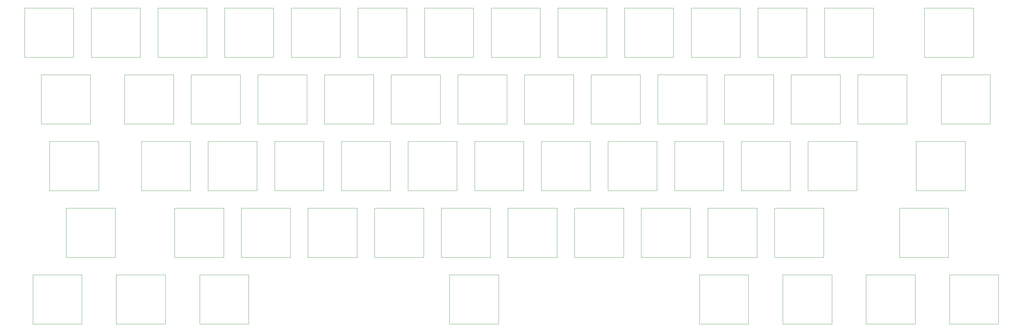
<source format=gto>
%TF.GenerationSoftware,KiCad,Pcbnew,(5.1.10)-1*%
%TF.CreationDate,2021-09-29T22:37:26-06:00*%
%TF.ProjectId,PyKey60,50794b65-7936-4302-9e6b-696361645f70,1.1a*%
%TF.SameCoordinates,Original*%
%TF.FileFunction,Legend,Top*%
%TF.FilePolarity,Positive*%
%FSLAX46Y46*%
G04 Gerber Fmt 4.6, Leading zero omitted, Abs format (unit mm)*
G04 Created by KiCad (PCBNEW (5.1.10)-1) date 2021-09-29 22:37:26*
%MOMM*%
%LPD*%
G01*
G04 APERTURE LIST*
%ADD10C,0.120000*%
G04 APERTURE END LIST*
D10*
%TO.C,U57*%
X185881000Y-143020000D02*
X199881000Y-143020000D01*
X185881000Y-157020000D02*
X185881000Y-143020000D01*
X199881000Y-157020000D02*
X185881000Y-157020000D01*
X199881000Y-157020000D02*
X199881000Y-143020000D01*
%TO.C,U53*%
X314469000Y-123970000D02*
X328469000Y-123970000D01*
X314469000Y-137970000D02*
X314469000Y-123970000D01*
X328469000Y-137970000D02*
X314469000Y-137970000D01*
X328469000Y-137970000D02*
X328469000Y-123970000D01*
%TO.C,U42*%
X76312000Y-123970000D02*
X90312000Y-123970000D01*
X76312000Y-137970000D02*
X76312000Y-123970000D01*
X90312000Y-137970000D02*
X76312000Y-137970000D01*
X90312000Y-137970000D02*
X90312000Y-123970000D01*
%TO.C,U41*%
X319231000Y-104920000D02*
X333231000Y-104920000D01*
X319231000Y-118920000D02*
X319231000Y-104920000D01*
X333231000Y-118920000D02*
X319231000Y-118920000D01*
X333231000Y-118920000D02*
X333231000Y-104920000D01*
%TO.C,U14*%
X321613000Y-66820000D02*
X335613000Y-66820000D01*
X321613000Y-80820000D02*
X321613000Y-66820000D01*
X335613000Y-80820000D02*
X321613000Y-80820000D01*
X335613000Y-80820000D02*
X335613000Y-66820000D01*
%TO.C,U29*%
X71582500Y-104920000D02*
X85582500Y-104920000D01*
X71582500Y-118920000D02*
X71582500Y-104920000D01*
X85582500Y-118920000D02*
X71582500Y-118920000D01*
X85582500Y-118920000D02*
X85582500Y-104920000D01*
%TO.C,U28*%
X326375000Y-85870000D02*
X340375000Y-85870000D01*
X326375000Y-99870000D02*
X326375000Y-85870000D01*
X340375000Y-99870000D02*
X326375000Y-99870000D01*
X340375000Y-99870000D02*
X340375000Y-85870000D01*
%TO.C,U15*%
X69200000Y-85870000D02*
X83200000Y-85870000D01*
X69200000Y-99870000D02*
X69200000Y-85870000D01*
X83200000Y-99870000D02*
X69200000Y-99870000D01*
X83200000Y-99870000D02*
X83200000Y-85870000D01*
%TO.C,U61*%
X328744000Y-143020000D02*
X342744000Y-143020000D01*
X328744000Y-157020000D02*
X328744000Y-143020000D01*
X342744000Y-157020000D02*
X328744000Y-157020000D01*
X342744000Y-157020000D02*
X342744000Y-143020000D01*
%TO.C,U60*%
X304931000Y-143020000D02*
X318931000Y-143020000D01*
X304931000Y-157020000D02*
X304931000Y-143020000D01*
X318931000Y-157020000D02*
X304931000Y-157020000D01*
X318931000Y-157020000D02*
X318931000Y-143020000D01*
%TO.C,U59*%
X281131000Y-143020000D02*
X295131000Y-143020000D01*
X281131000Y-157020000D02*
X281131000Y-143020000D01*
X295131000Y-157020000D02*
X281131000Y-157020000D01*
X295131000Y-157020000D02*
X295131000Y-143020000D01*
%TO.C,U58*%
X257319000Y-143020000D02*
X271319000Y-143020000D01*
X257319000Y-157020000D02*
X257319000Y-143020000D01*
X271319000Y-157020000D02*
X257319000Y-157020000D01*
X271319000Y-157020000D02*
X271319000Y-143020000D01*
%TO.C,U56*%
X114444000Y-143020000D02*
X128444000Y-143020000D01*
X114444000Y-157020000D02*
X114444000Y-143020000D01*
X128444000Y-157020000D02*
X114444000Y-157020000D01*
X128444000Y-157020000D02*
X128444000Y-143020000D01*
%TO.C,U55*%
X90631200Y-143020000D02*
X104631200Y-143020000D01*
X90631200Y-157020000D02*
X90631200Y-143020000D01*
X104631200Y-157020000D02*
X90631200Y-157020000D01*
X104631200Y-157020000D02*
X104631200Y-143020000D01*
%TO.C,U54*%
X66818800Y-143020000D02*
X80818800Y-143020000D01*
X66818800Y-157020000D02*
X66818800Y-143020000D01*
X80818800Y-157020000D02*
X66818800Y-157020000D01*
X80818800Y-157020000D02*
X80818800Y-143020000D01*
%TO.C,U52*%
X278750000Y-123970000D02*
X292750000Y-123970000D01*
X278750000Y-137970000D02*
X278750000Y-123970000D01*
X292750000Y-137970000D02*
X278750000Y-137970000D01*
X292750000Y-137970000D02*
X292750000Y-123970000D01*
%TO.C,U51*%
X259700000Y-123970000D02*
X273700000Y-123970000D01*
X259700000Y-137970000D02*
X259700000Y-123970000D01*
X273700000Y-137970000D02*
X259700000Y-137970000D01*
X273700000Y-137970000D02*
X273700000Y-123970000D01*
%TO.C,U50*%
X240650000Y-123970000D02*
X254650000Y-123970000D01*
X240650000Y-137970000D02*
X240650000Y-123970000D01*
X254650000Y-137970000D02*
X240650000Y-137970000D01*
X254650000Y-137970000D02*
X254650000Y-123970000D01*
%TO.C,U49*%
X221600000Y-123970000D02*
X235600000Y-123970000D01*
X221600000Y-137970000D02*
X221600000Y-123970000D01*
X235600000Y-137970000D02*
X221600000Y-137970000D01*
X235600000Y-137970000D02*
X235600000Y-123970000D01*
%TO.C,U48*%
X202550000Y-123970000D02*
X216550000Y-123970000D01*
X202550000Y-137970000D02*
X202550000Y-123970000D01*
X216550000Y-137970000D02*
X202550000Y-137970000D01*
X216550000Y-137970000D02*
X216550000Y-123970000D01*
%TO.C,U47*%
X183500000Y-123970000D02*
X197500000Y-123970000D01*
X183500000Y-137970000D02*
X183500000Y-123970000D01*
X197500000Y-137970000D02*
X183500000Y-137970000D01*
X197500000Y-137970000D02*
X197500000Y-123970000D01*
%TO.C,U46*%
X164450000Y-123970000D02*
X178450000Y-123970000D01*
X164450000Y-137970000D02*
X164450000Y-123970000D01*
X178450000Y-137970000D02*
X164450000Y-137970000D01*
X178450000Y-137970000D02*
X178450000Y-123970000D01*
%TO.C,U45*%
X145400000Y-123970000D02*
X159400000Y-123970000D01*
X145400000Y-137970000D02*
X145400000Y-123970000D01*
X159400000Y-137970000D02*
X145400000Y-137970000D01*
X159400000Y-137970000D02*
X159400000Y-123970000D01*
%TO.C,U44*%
X126350000Y-123970000D02*
X140350000Y-123970000D01*
X126350000Y-137970000D02*
X126350000Y-123970000D01*
X140350000Y-137970000D02*
X126350000Y-137970000D01*
X140350000Y-137970000D02*
X140350000Y-123970000D01*
%TO.C,U43*%
X107300000Y-123970000D02*
X121300000Y-123970000D01*
X107300000Y-137970000D02*
X107300000Y-123970000D01*
X121300000Y-137970000D02*
X107300000Y-137970000D01*
X121300000Y-137970000D02*
X121300000Y-123970000D01*
%TO.C,U40*%
X288275000Y-104920000D02*
X302275000Y-104920000D01*
X288275000Y-118920000D02*
X288275000Y-104920000D01*
X302275000Y-118920000D02*
X288275000Y-118920000D01*
X302275000Y-118920000D02*
X302275000Y-104920000D01*
%TO.C,U39*%
X269225000Y-104920000D02*
X283225000Y-104920000D01*
X269225000Y-118920000D02*
X269225000Y-104920000D01*
X283225000Y-118920000D02*
X269225000Y-118920000D01*
X283225000Y-118920000D02*
X283225000Y-104920000D01*
%TO.C,U38*%
X250175000Y-104920000D02*
X264175000Y-104920000D01*
X250175000Y-118920000D02*
X250175000Y-104920000D01*
X264175000Y-118920000D02*
X250175000Y-118920000D01*
X264175000Y-118920000D02*
X264175000Y-104920000D01*
%TO.C,U37*%
X231125000Y-104920000D02*
X245125000Y-104920000D01*
X231125000Y-118920000D02*
X231125000Y-104920000D01*
X245125000Y-118920000D02*
X231125000Y-118920000D01*
X245125000Y-118920000D02*
X245125000Y-104920000D01*
%TO.C,U36*%
X212075000Y-104920000D02*
X226075000Y-104920000D01*
X212075000Y-118920000D02*
X212075000Y-104920000D01*
X226075000Y-118920000D02*
X212075000Y-118920000D01*
X226075000Y-118920000D02*
X226075000Y-104920000D01*
%TO.C,U35*%
X193025000Y-104920000D02*
X207025000Y-104920000D01*
X193025000Y-118920000D02*
X193025000Y-104920000D01*
X207025000Y-118920000D02*
X193025000Y-118920000D01*
X207025000Y-118920000D02*
X207025000Y-104920000D01*
%TO.C,U34*%
X173975000Y-104920000D02*
X187975000Y-104920000D01*
X173975000Y-118920000D02*
X173975000Y-104920000D01*
X187975000Y-118920000D02*
X173975000Y-118920000D01*
X187975000Y-118920000D02*
X187975000Y-104920000D01*
%TO.C,U33*%
X154925000Y-104920000D02*
X168925000Y-104920000D01*
X154925000Y-118920000D02*
X154925000Y-104920000D01*
X168925000Y-118920000D02*
X154925000Y-118920000D01*
X168925000Y-118920000D02*
X168925000Y-104920000D01*
%TO.C,U32*%
X135875000Y-104920000D02*
X149875000Y-104920000D01*
X135875000Y-118920000D02*
X135875000Y-104920000D01*
X149875000Y-118920000D02*
X135875000Y-118920000D01*
X149875000Y-118920000D02*
X149875000Y-104920000D01*
%TO.C,U31*%
X116825000Y-104920000D02*
X130825000Y-104920000D01*
X116825000Y-118920000D02*
X116825000Y-104920000D01*
X130825000Y-118920000D02*
X116825000Y-118920000D01*
X130825000Y-118920000D02*
X130825000Y-104920000D01*
%TO.C,U30*%
X97775000Y-104920000D02*
X111775000Y-104920000D01*
X97775000Y-118920000D02*
X97775000Y-104920000D01*
X111775000Y-118920000D02*
X97775000Y-118920000D01*
X111775000Y-118920000D02*
X111775000Y-104920000D01*
%TO.C,U27*%
X302562000Y-85870000D02*
X316562000Y-85870000D01*
X302562000Y-99870000D02*
X302562000Y-85870000D01*
X316562000Y-99870000D02*
X302562000Y-99870000D01*
X316562000Y-99870000D02*
X316562000Y-85870000D01*
%TO.C,U26*%
X283512000Y-85870000D02*
X297512000Y-85870000D01*
X283512000Y-99870000D02*
X283512000Y-85870000D01*
X297512000Y-99870000D02*
X283512000Y-99870000D01*
X297512000Y-99870000D02*
X297512000Y-85870000D01*
%TO.C,U25*%
X264462000Y-85870000D02*
X278462000Y-85870000D01*
X264462000Y-99870000D02*
X264462000Y-85870000D01*
X278462000Y-99870000D02*
X264462000Y-99870000D01*
X278462000Y-99870000D02*
X278462000Y-85870000D01*
%TO.C,U24*%
X245412000Y-85870000D02*
X259412000Y-85870000D01*
X245412000Y-99870000D02*
X245412000Y-85870000D01*
X259412000Y-99870000D02*
X245412000Y-99870000D01*
X259412000Y-99870000D02*
X259412000Y-85870000D01*
%TO.C,U23*%
X226362000Y-85870000D02*
X240362000Y-85870000D01*
X226362000Y-99870000D02*
X226362000Y-85870000D01*
X240362000Y-99870000D02*
X226362000Y-99870000D01*
X240362000Y-99870000D02*
X240362000Y-85870000D01*
%TO.C,U22*%
X207312000Y-85870000D02*
X221312000Y-85870000D01*
X207312000Y-99870000D02*
X207312000Y-85870000D01*
X221312000Y-99870000D02*
X207312000Y-99870000D01*
X221312000Y-99870000D02*
X221312000Y-85870000D01*
%TO.C,U21*%
X188262000Y-85870000D02*
X202262000Y-85870000D01*
X188262000Y-99870000D02*
X188262000Y-85870000D01*
X202262000Y-99870000D02*
X188262000Y-99870000D01*
X202262000Y-99870000D02*
X202262000Y-85870000D01*
%TO.C,U20*%
X169212000Y-85870000D02*
X183212000Y-85870000D01*
X169212000Y-99870000D02*
X169212000Y-85870000D01*
X183212000Y-99870000D02*
X169212000Y-99870000D01*
X183212000Y-99870000D02*
X183212000Y-85870000D01*
%TO.C,U19*%
X150162000Y-85870000D02*
X164162000Y-85870000D01*
X150162000Y-99870000D02*
X150162000Y-85870000D01*
X164162000Y-99870000D02*
X150162000Y-99870000D01*
X164162000Y-99870000D02*
X164162000Y-85870000D01*
%TO.C,U18*%
X131112000Y-85870000D02*
X145112000Y-85870000D01*
X131112000Y-99870000D02*
X131112000Y-85870000D01*
X145112000Y-99870000D02*
X131112000Y-99870000D01*
X145112000Y-99870000D02*
X145112000Y-85870000D01*
%TO.C,U17*%
X112062000Y-85870000D02*
X126062000Y-85870000D01*
X112062000Y-99870000D02*
X112062000Y-85870000D01*
X126062000Y-99870000D02*
X112062000Y-99870000D01*
X126062000Y-99870000D02*
X126062000Y-85870000D01*
%TO.C,U16*%
X93012000Y-85870000D02*
X107012000Y-85870000D01*
X93012000Y-99870000D02*
X93012000Y-85870000D01*
X107012000Y-99870000D02*
X93012000Y-99870000D01*
X107012000Y-99870000D02*
X107012000Y-85870000D01*
%TO.C,U13*%
X293038000Y-66820000D02*
X307038000Y-66820000D01*
X293038000Y-80820000D02*
X293038000Y-66820000D01*
X307038000Y-80820000D02*
X293038000Y-80820000D01*
X307038000Y-80820000D02*
X307038000Y-66820000D01*
%TO.C,U12*%
X273988000Y-66820000D02*
X287988000Y-66820000D01*
X273988000Y-80820000D02*
X273988000Y-66820000D01*
X287988000Y-80820000D02*
X273988000Y-80820000D01*
X287988000Y-80820000D02*
X287988000Y-66820000D01*
%TO.C,U11*%
X254938000Y-66820000D02*
X268938000Y-66820000D01*
X254938000Y-80820000D02*
X254938000Y-66820000D01*
X268938000Y-80820000D02*
X254938000Y-80820000D01*
X268938000Y-80820000D02*
X268938000Y-66820000D01*
%TO.C,U10*%
X235888000Y-66820000D02*
X249888000Y-66820000D01*
X235888000Y-80820000D02*
X235888000Y-66820000D01*
X249888000Y-80820000D02*
X235888000Y-80820000D01*
X249888000Y-80820000D02*
X249888000Y-66820000D01*
%TO.C,U9*%
X216838000Y-66820000D02*
X230838000Y-66820000D01*
X216838000Y-80820000D02*
X216838000Y-66820000D01*
X230838000Y-80820000D02*
X216838000Y-80820000D01*
X230838000Y-80820000D02*
X230838000Y-66820000D01*
%TO.C,U8*%
X197788000Y-66820000D02*
X211788000Y-66820000D01*
X197788000Y-80820000D02*
X197788000Y-66820000D01*
X211788000Y-80820000D02*
X197788000Y-80820000D01*
X211788000Y-80820000D02*
X211788000Y-66820000D01*
%TO.C,U7*%
X178738000Y-66820000D02*
X192738000Y-66820000D01*
X178738000Y-80820000D02*
X178738000Y-66820000D01*
X192738000Y-80820000D02*
X178738000Y-80820000D01*
X192738000Y-80820000D02*
X192738000Y-66820000D01*
%TO.C,U6*%
X159688000Y-66820000D02*
X173688000Y-66820000D01*
X159688000Y-80820000D02*
X159688000Y-66820000D01*
X173688000Y-80820000D02*
X159688000Y-80820000D01*
X173688000Y-80820000D02*
X173688000Y-66820000D01*
%TO.C,U5*%
X140638000Y-66820000D02*
X154638000Y-66820000D01*
X140638000Y-80820000D02*
X140638000Y-66820000D01*
X154638000Y-80820000D02*
X140638000Y-80820000D01*
X154638000Y-80820000D02*
X154638000Y-66820000D01*
%TO.C,U4*%
X121588000Y-66820000D02*
X135588000Y-66820000D01*
X121588000Y-80820000D02*
X121588000Y-66820000D01*
X135588000Y-80820000D02*
X121588000Y-80820000D01*
X135588000Y-80820000D02*
X135588000Y-66820000D01*
%TO.C,U3*%
X102538000Y-66820000D02*
X116538000Y-66820000D01*
X102538000Y-80820000D02*
X102538000Y-66820000D01*
X116538000Y-80820000D02*
X102538000Y-80820000D01*
X116538000Y-80820000D02*
X116538000Y-66820000D01*
%TO.C,U2*%
X83487500Y-66820000D02*
X97487500Y-66820000D01*
X83487500Y-80820000D02*
X83487500Y-66820000D01*
X97487500Y-80820000D02*
X83487500Y-80820000D01*
X97487500Y-80820000D02*
X97487500Y-66820000D01*
%TO.C,U1*%
X64437500Y-66820000D02*
X78437500Y-66820000D01*
X64437500Y-80820000D02*
X64437500Y-66820000D01*
X78437500Y-80820000D02*
X64437500Y-80820000D01*
X78437500Y-80820000D02*
X78437500Y-66820000D01*
%TD*%
M02*

</source>
